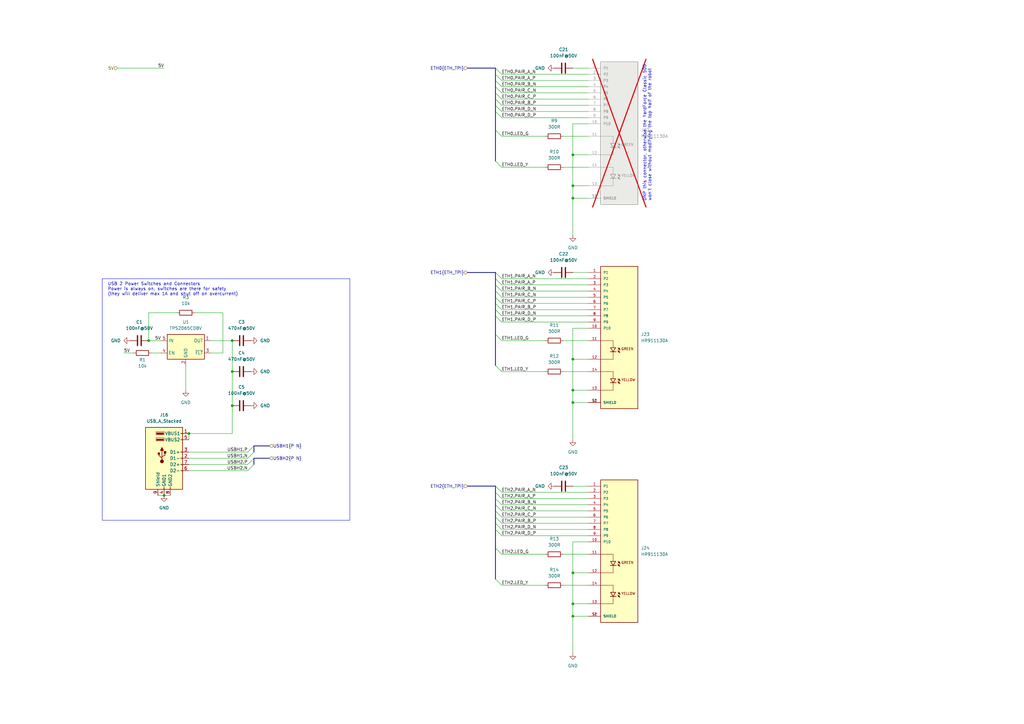
<source format=kicad_sch>
(kicad_sch (version 20231120) (generator "eeschema") (generator_version "8.0")
  (paper "A3")
  (lib_symbols
    (symbol "Connector:USB_A_Stacked" (pin_names (offset 1.016))
      (property "Reference" "J" (at 0 15.875 0))
      (property "Value" "USB_A_Stacked" (at 0 13.97 0))
      (symbol "USB_A_Stacked_0_1"
        (rectangle (start -7.62 12.7) (end 7.62 -12.7) (stroke (width 0.254)) (fill (type background)))
        (circle (center -2.159 1.905) (radius 0.381) (stroke (width 0.254)) (fill (type outline)))
        (circle (center -0.889 -1.27) (radius 0.635) (stroke (width 0.254)) (fill (type outline)))
        (rectangle (start -0.254 7.366) (end -3.048 7.874) (fill (type outline)))
        (rectangle (start -0.254 9.906) (end -3.048 10.414) (fill (type outline)))
        (rectangle (start -0.127 -12.7) (end 0.127 -11.938))
        (polyline (pts (xy -1.524 3.175) (xy -0.254 3.175) (xy -0.889 4.445) (xy -1.524 3.175)) (stroke (width 0.254)) (fill (type outline)))
        (polyline (pts (xy -0.889 -0.635) (xy -0.889 0) (xy -2.159 1.27) (xy -2.159 1.905)) (stroke (width 0.254)))
        (polyline (pts (xy -0.889 0) (xy -0.889 0.635) (xy 0.381 1.27) (xy 0.381 2.54)) (stroke (width 0.254)))
        (rectangle (start 0 2.794) (end 0.762 2.032) (stroke (width 0.254)) (fill (type outline)))
        (rectangle (start 0 7.112) (end -3.302 8.382))
        (rectangle (start 0 9.652) (end -3.302 10.922))
        (rectangle (start 2.413 -12.7) (end 2.667 -11.938))
        (rectangle (start 7.62 -5.207) (end 6.858 -4.953))
        (rectangle (start 7.62 -2.667) (end 6.858 -2.413))
        (rectangle (start 7.62 -0.127) (end 6.858 0.127))
        (rectangle (start 7.62 2.413) (end 6.858 2.667))
        (rectangle (start 7.62 7.493) (end 6.858 7.747))
        (rectangle (start 7.62 10.033) (end 6.858 10.287))
      )
      (symbol "USB_A_Stacked_1_1"
        (polyline (pts (xy -0.889 0.635) (xy -0.889 3.175)) (stroke (width 0.254)))
        (pin power_in line (at 10.16 10.16 180) (length 2.54) (name "VBUS1") (number "1"))
        (pin bidirectional line (at 10.16 0 180) (length 2.54) (name "D1-") (number "2"))
        (pin bidirectional line (at 10.16 2.54 180) (length 2.54) (name "D1+") (number "3"))
        (pin power_in line (at 0 -15.24 90) (length 2.54) (name "GND1") (number "4"))
        (pin power_in line (at 10.16 7.62 180) (length 2.54) (name "VBUS2") (number "5"))
        (pin bidirectional line (at 10.16 -5.08 180) (length 2.54) (name "D2-") (number "6"))
        (pin bidirectional line (at 10.16 -2.54 180) (length 2.54) (name "D2+") (number "7"))
        (pin power_in line (at 2.54 -15.24 90) (length 2.54) (name "GND2") (number "8"))
        (pin passive line (at -2.54 -15.24 90) (length 2.54) (name "Shield") (number "9"))
      )
    )
    (symbol "Device:C" (pin_numbers hide) (pin_names (offset 0.254))
      (property "Reference" "C" (at 0.635 2.54 0))
      (property "Value" "C" (at 0.635 -2.54 0))
      (symbol "C_0_1"
        (polyline (pts (xy -2.032 -0.762) (xy 2.032 -0.762)) (stroke (width 0.508)))
        (polyline (pts (xy -2.032 0.762) (xy 2.032 0.762)) (stroke (width 0.508)))
      )
      (symbol "C_1_1"
        (pin passive line (at 0 3.81 270) (length 2.794) (name "~") (number "1"))
        (pin passive line (at 0 -3.81 90) (length 2.794) (name "~") (number "2"))
      )
    )
    (symbol "Device:R" (pin_numbers hide) (pin_names (offset 0))
      (property "Reference" "R" (at 2.032 0 90))
      (property "Value" "R" (at 0 0 90))
      (symbol "R_0_1"
        (rectangle (start -1.016 -2.54) (end 1.016 2.54) (stroke (width 0.254)))
      )
      (symbol "R_1_1"
        (pin passive line (at 0 3.81 270) (length 1.27) (name "~") (number "1"))
        (pin passive line (at 0 -3.81 90) (length 1.27) (name "~") (number "2"))
      )
    )
    (symbol "Power_Management:TPS2065CDBV"
      (property "Reference" "U" (at -7.62 -6.35 0))
      (property "Value" "TPS2065CDBV" (at -7.62 6.35 0))
      (symbol "TPS2065CDBV_0_1"
        (rectangle (start -7.62 5.08) (end 7.62 -5.08) (stroke (width 0.254)) (fill (type background)))
      )
      (symbol "TPS2065CDBV_1_1"
        (pin power_out line (at 10.16 2.54 180) (length 2.54) (name "OUT") (number "1"))
        (pin power_in line (at 0 -7.62 90) (length 2.54) (name "GND") (number "2"))
        (pin open_collector line (at 10.16 -2.54 180) (length 2.54) (name "~{FLT}") (number "3"))
        (pin input line (at -10.16 -2.54 0) (length 2.54) (name "EN") (number "4"))
        (pin power_in line (at -10.16 2.54 0) (length 2.54) (name "IN") (number "5"))
      )
    )
    (symbol "local_Connectors:HR911130A" (pin_names (offset 1.016))
      (property "Reference" "J" (at -7.62 29.21 0))
      (property "Value" "HR911130A" (at -7.62 -31.75 0))
      (symbol "HR911130A_0_0"
        (rectangle (start -7.62 -30.48) (end 7.62 27.94) (stroke (width 0.254)) (fill (type background)))
        (polyline (pts (xy -7.62 -15.24) (xy -2.54 -15.24)) (stroke (width 0.1524)))
        (polyline (pts (xy -7.62 -2.54) (xy -2.54 -2.54)) (stroke (width 0.1524)))
        (polyline (pts (xy -3.683 -19.812) (xy -2.54 -19.812)) (stroke (width 0.254)))
        (polyline (pts (xy -3.683 -7.112) (xy -2.54 -7.112)) (stroke (width 0.254)))
        (polyline (pts (xy -3.556 -18.161) (xy -2.54 -19.812)) (stroke (width 0.254)))
        (polyline (pts (xy -3.556 -18.161) (xy -1.524 -18.161)) (stroke (width 0.254)))
        (polyline (pts (xy -3.556 -5.461) (xy -2.54 -7.112)) (stroke (width 0.254)))
        (polyline (pts (xy -3.556 -5.461) (xy -1.524 -5.461)) (stroke (width 0.254)))
        (polyline (pts (xy -2.54 -22.86) (xy -7.62 -22.86)) (stroke (width 0.1524)))
        (polyline (pts (xy -2.54 -19.939) (xy -2.54 -22.86)) (stroke (width 0.1524)))
        (polyline (pts (xy -2.54 -19.812) (xy -1.524 -18.161)) (stroke (width 0.254)))
        (polyline (pts (xy -2.54 -19.812) (xy -1.27 -19.812)) (stroke (width 0.254)))
        (polyline (pts (xy -2.54 -15.24) (xy -2.54 -18.034)) (stroke (width 0.1524)))
        (polyline (pts (xy -2.54 -10.16) (xy -7.62 -10.16)) (stroke (width 0.1524)))
        (polyline (pts (xy -2.54 -7.239) (xy -2.54 -10.16)) (stroke (width 0.1524)))
        (polyline (pts (xy -2.54 -7.112) (xy -1.524 -5.461)) (stroke (width 0.254)))
        (polyline (pts (xy -2.54 -7.112) (xy -1.27 -7.112)) (stroke (width 0.254)))
        (polyline (pts (xy -2.54 -2.54) (xy -2.54 -5.334)) (stroke (width 0.1524)))
        (polyline (pts (xy -0.762 -19.177) (xy 0.254 -20.193)) (stroke (width 0.1524)))
        (polyline (pts (xy -0.762 -6.477) (xy 0.254 -7.493)) (stroke (width 0.1524)))
        (polyline (pts (xy -0.635 -18.034) (xy 0.381 -19.05)) (stroke (width 0.1524)))
        (polyline (pts (xy -0.635 -5.334) (xy 0.381 -6.35)) (stroke (width 0.1524)))
        (polyline (pts (xy 0.254 -20.193) (xy -0.127 -19.304) (xy -0.635 -19.812) (xy 0.254 -20.193)) (stroke (width 0.1524)) (fill (type outline)))
        (polyline (pts (xy 0.254 -7.493) (xy -0.127 -6.604) (xy -0.635 -7.112) (xy 0.254 -7.493)) (stroke (width 0.1524)) (fill (type outline)))
        (polyline (pts (xy 0.381 -19.05) (xy 0 -18.161) (xy -0.508 -18.669) (xy 0.381 -19.05)) (stroke (width 0.1524)) (fill (type outline)))
        (polyline (pts (xy 0.381 -6.35) (xy 0 -5.461) (xy -0.508 -5.969) (xy 0.381 -6.35)) (stroke (width 0.1524)) (fill (type outline)))
        (text "GREEN" (at 0.762 -5.334 0) (effects (font (size 1.016 1.016)) (justify left top)))
        (text "YELLOW" (at 0.762 -18.034 0) (effects (font (size 1.016 1.016)) (justify left top)))
        (pin passive line (at -12.7 25.4 0) (length 5.08) (name "P1") (number "1"))
        (pin passive line (at -12.7 2.54 0) (length 5.08) (name "P10") (number "10"))
        (pin passive line (at -12.7 -2.54 0) (length 5.08) (name "~") (number "11"))
        (pin passive line (at -12.7 -10.16 0) (length 5.08) (name "~") (number "12"))
        (pin passive line (at -12.7 -22.86 0) (length 5.08) (name "~") (number "13"))
        (pin passive line (at -12.7 -15.24 0) (length 5.08) (name "~") (number "14"))
        (pin passive line (at -12.7 22.86 0) (length 5.08) (name "P2") (number "2"))
        (pin passive line (at -12.7 20.32 0) (length 5.08) (name "P3") (number "3"))
        (pin passive line (at -12.7 17.78 0) (length 5.08) (name "P4") (number "4"))
        (pin passive line (at -12.7 15.24 0) (length 5.08) (name "P5") (number "5"))
        (pin passive line (at -12.7 12.7 0) (length 5.08) (name "P6") (number "6"))
        (pin passive line (at -12.7 10.16 0) (length 5.08) (name "P7") (number "7"))
        (pin passive line (at -12.7 7.62 0) (length 5.08) (name "P8") (number "8"))
        (pin passive line (at -12.7 5.08 0) (length 5.08) (name "P9") (number "9"))
        (pin passive line (at -12.7 -27.94 0) (length 5.08) (name "SHIELD") (number "S1"))
        (pin passive line (at -12.7 -27.94 0) (length 5.08) (name "SHIELD") (number "S2"))
      )
    )
    (symbol "power:GND" (power) (pin_numbers hide) (pin_names (offset 0) hide)
      (property "Value" "GND" (at 0 -3.81 0))
      (symbol "GND_0_1"
        (polyline (pts (xy 0 0) (xy 0 -1.27) (xy 1.27 -1.27) (xy 0 -2.54) (xy -1.27 -1.27) (xy 0 -1.27)))
      )
      (symbol "GND_1_1"
        (pin power_in line (at 0 0 270) (length 0) (name "~") (number "1"))
      )
    )
  )
  (bus_alias "ETH_TPI" (members "PAIR_A_N" "PAIR_A_P" "PAIR_B_N" "PAIR_B_P" "PAIR_C_N" "PAIR_C_P" "PAIR_D_N" "PAIR_D_P" "LED_Y" "LED_G"))
  (junction (at 234.95 76.2))
  (junction (at 95.25 166.37))
  (junction (at 234.95 147.32))
  (junction (at 234.95 247.65))
  (junction (at 95.25 139.7))
  (junction (at 67.31 203.2))
  (junction (at 234.95 63.5))
  (junction (at 234.95 165.1))
  (junction (at 60.96 139.7))
  (junction (at 234.95 234.95))
  (junction (at 234.95 81.28))
  (junction (at 77.47 177.8))
  (junction (at 95.25 152.4))
  (junction (at 234.95 160.02))
  (junction (at 234.95 252.73))
  (bus_entry (at 203.2 201.93) (size 2.54 2.54))
  (bus_entry (at 203.2 199.39) (size 2.54 2.54))
  (bus_entry (at 203.2 45.72) (size 2.54 2.54))
  (bus_entry (at 101.6 185.42) (size 2.54 -2.54))
  (bus_entry (at 203.2 209.55) (size 2.54 2.54))
  (bus_entry (at 203.2 119.38) (size 2.54 2.54))
  (bus_entry (at 203.2 129.54) (size 2.54 2.54))
  (bus_entry (at 203.2 127) (size 2.54 2.54))
  (bus_entry (at 203.2 214.63) (size 2.54 2.54))
  (bus_entry (at 203.2 53.34) (size 2.54 2.54))
  (bus_entry (at 203.2 114.3) (size 2.54 2.54))
  (bus_entry (at 101.6 193.04) (size 2.54 -2.54))
  (bus_entry (at 203.2 116.84) (size 2.54 2.54))
  (bus_entry (at 101.6 190.5) (size 2.54 -2.54))
  (bus_entry (at 203.2 149.86) (size 2.54 2.54))
  (bus_entry (at 203.2 30.48) (size 2.54 2.54))
  (bus_entry (at 203.2 121.92) (size 2.54 2.54))
  (bus_entry (at 203.2 237.49) (size 2.54 2.54))
  (bus_entry (at 203.2 35.56) (size 2.54 2.54))
  (bus_entry (at 203.2 124.46) (size 2.54 2.54))
  (bus_entry (at 203.2 207.01) (size 2.54 2.54))
  (bus_entry (at 203.2 27.94) (size 2.54 2.54))
  (bus_entry (at 203.2 137.16) (size 2.54 2.54))
  (bus_entry (at 203.2 212.09) (size 2.54 2.54))
  (bus_entry (at 203.2 33.02) (size 2.54 2.54))
  (bus_entry (at 203.2 38.1) (size 2.54 2.54))
  (bus_entry (at 203.2 204.47) (size 2.54 2.54))
  (bus_entry (at 203.2 111.76) (size 2.54 2.54))
  (bus_entry (at 203.2 43.18) (size 2.54 2.54))
  (bus_entry (at 203.2 40.64) (size 2.54 2.54))
  (bus_entry (at 203.2 224.79) (size 2.54 2.54))
  (bus_entry (at 101.6 187.96) (size 2.54 -2.54))
  (bus_entry (at 203.2 217.17) (size 2.54 2.54))
  (bus_entry (at 203.2 66.04) (size 2.54 2.54))
  (wire (pts (xy 64.77 203.2) (xy 67.31 203.2)))
  (bus (pts (xy 203.2 121.92) (xy 203.2 124.46)))
  (wire (pts (xy 234.95 252.73) (xy 241.3 252.73)))
  (wire (pts (xy 231.14 240.03) (xy 241.3 240.03)))
  (wire (pts (xy 205.74 132.08) (xy 241.3 132.08)))
  (wire (pts (xy 95.25 166.37) (xy 95.25 177.8)))
  (wire (pts (xy 234.95 81.28) (xy 234.95 96.52)))
  (bus (pts (xy 203.2 201.93) (xy 203.2 199.39)))
  (wire (pts (xy 234.95 247.65) (xy 234.95 252.73)))
  (wire (pts (xy 234.95 147.32) (xy 241.3 147.32)))
  (bus (pts (xy 203.2 114.3) (xy 203.2 116.84)))
  (wire (pts (xy 205.74 121.92) (xy 241.3 121.92)))
  (bus (pts (xy 203.2 217.17) (xy 203.2 224.79)))
  (wire (pts (xy 234.95 247.65) (xy 241.3 247.65)))
  (wire (pts (xy 205.74 217.17) (xy 241.3 217.17)))
  (wire (pts (xy 231.14 152.4) (xy 241.3 152.4)))
  (wire (pts (xy 234.95 147.32) (xy 234.95 160.02)))
  (bus (pts (xy 203.2 40.64) (xy 203.2 43.18)))
  (bus (pts (xy 203.2 212.09) (xy 203.2 214.63)))
  (wire (pts (xy 205.74 139.7) (xy 223.52 139.7)))
  (wire (pts (xy 234.95 234.95) (xy 241.3 234.95)))
  (wire (pts (xy 77.47 193.04) (xy 101.6 193.04)))
  (wire (pts (xy 205.74 227.33) (xy 223.52 227.33)))
  (bus (pts (xy 191.77 199.39) (xy 203.2 199.39)))
  (bus (pts (xy 203.2 214.63) (xy 203.2 217.17)))
  (wire (pts (xy 234.95 160.02) (xy 241.3 160.02)))
  (bus (pts (xy 203.2 137.16) (xy 203.2 149.86)))
  (bus (pts (xy 203.2 30.48) (xy 203.2 33.02)))
  (wire (pts (xy 205.74 219.71) (xy 241.3 219.71)))
  (wire (pts (xy 234.95 165.1) (xy 234.95 180.34)))
  (wire (pts (xy 48.26 27.94) (xy 67.31 27.94)))
  (bus (pts (xy 203.2 129.54) (xy 203.2 137.16)))
  (wire (pts (xy 77.47 187.96) (xy 101.6 187.96)))
  (wire (pts (xy 205.74 30.48) (xy 241.3 30.48)))
  (wire (pts (xy 86.36 139.7) (xy 95.25 139.7)))
  (bus (pts (xy 203.2 114.3) (xy 203.2 111.76)))
  (wire (pts (xy 234.95 134.62) (xy 234.95 147.32)))
  (wire (pts (xy 205.74 35.56) (xy 241.3 35.56)))
  (wire (pts (xy 234.95 134.62) (xy 241.3 134.62)))
  (wire (pts (xy 86.36 144.78) (xy 91.44 144.78)))
  (wire (pts (xy 205.74 33.02) (xy 241.3 33.02)))
  (bus (pts (xy 203.2 116.84) (xy 203.2 119.38)))
  (bus (pts (xy 203.2 38.1) (xy 203.2 40.64)))
  (wire (pts (xy 205.74 124.46) (xy 241.3 124.46)))
  (wire (pts (xy 234.95 63.5) (xy 234.95 76.2)))
  (wire (pts (xy 205.74 204.47) (xy 241.3 204.47)))
  (wire (pts (xy 234.95 76.2) (xy 234.95 81.28)))
  (wire (pts (xy 205.74 152.4) (xy 223.52 152.4)))
  (wire (pts (xy 205.74 127) (xy 241.3 127)))
  (wire (pts (xy 60.96 139.7) (xy 66.04 139.7)))
  (wire (pts (xy 76.2 149.86) (xy 76.2 160.02)))
  (bus (pts (xy 203.2 209.55) (xy 203.2 212.09)))
  (wire (pts (xy 205.74 43.18) (xy 241.3 43.18)))
  (wire (pts (xy 234.95 76.2) (xy 241.3 76.2)))
  (wire (pts (xy 205.74 116.84) (xy 241.3 116.84)))
  (bus (pts (xy 104.14 182.88) (xy 104.14 185.42)))
  (bus (pts (xy 104.14 187.96) (xy 104.14 190.5)))
  (wire (pts (xy 234.95 234.95) (xy 234.95 247.65)))
  (wire (pts (xy 205.74 48.26) (xy 241.3 48.26)))
  (wire (pts (xy 234.95 222.25) (xy 234.95 234.95)))
  (wire (pts (xy 234.95 160.02) (xy 234.95 165.1)))
  (wire (pts (xy 234.95 252.73) (xy 234.95 267.97)))
  (wire (pts (xy 67.31 203.2) (xy 69.85 203.2)))
  (wire (pts (xy 205.74 209.55) (xy 241.3 209.55)))
  (wire (pts (xy 205.74 38.1) (xy 241.3 38.1)))
  (wire (pts (xy 205.74 40.64) (xy 241.3 40.64)))
  (bus (pts (xy 203.2 127) (xy 203.2 129.54)))
  (wire (pts (xy 234.95 50.8) (xy 241.3 50.8)))
  (wire (pts (xy 241.3 111.76) (xy 234.95 111.76)))
  (bus (pts (xy 203.2 45.72) (xy 203.2 53.34)))
  (bus (pts (xy 110.49 182.88) (xy 104.14 182.88)))
  (wire (pts (xy 234.95 222.25) (xy 241.3 222.25)))
  (wire (pts (xy 241.3 27.94) (xy 234.95 27.94)))
  (wire (pts (xy 72.39 128.27) (xy 60.96 128.27)))
  (bus (pts (xy 203.2 33.02) (xy 203.2 35.56)))
  (wire (pts (xy 241.3 199.39) (xy 234.95 199.39)))
  (wire (pts (xy 95.25 152.4) (xy 95.25 166.37)))
  (wire (pts (xy 205.74 214.63) (xy 241.3 214.63)))
  (bus (pts (xy 110.49 187.96) (xy 104.14 187.96)))
  (bus (pts (xy 203.2 121.92) (xy 203.2 119.38)))
  (wire (pts (xy 50.8 144.78) (xy 54.61 144.78)))
  (wire (pts (xy 77.47 190.5) (xy 101.6 190.5)))
  (wire (pts (xy 77.47 177.8) (xy 95.25 177.8)))
  (bus (pts (xy 203.2 124.46) (xy 203.2 127)))
  (wire (pts (xy 60.96 128.27) (xy 60.96 139.7)))
  (bus (pts (xy 191.77 111.76) (xy 203.2 111.76)))
  (wire (pts (xy 231.14 68.58) (xy 241.3 68.58)))
  (wire (pts (xy 205.74 240.03) (xy 223.52 240.03)))
  (wire (pts (xy 234.95 165.1) (xy 241.3 165.1)))
  (wire (pts (xy 234.95 50.8) (xy 234.95 63.5)))
  (bus (pts (xy 203.2 204.47) (xy 203.2 207.01)))
  (wire (pts (xy 231.14 139.7) (xy 241.3 139.7)))
  (wire (pts (xy 66.04 144.78) (xy 62.23 144.78)))
  (wire (pts (xy 91.44 144.78) (xy 91.44 128.27)))
  (bus (pts (xy 203.2 38.1) (xy 203.2 35.56)))
  (bus (pts (xy 203.2 209.55) (xy 203.2 207.01)))
  (wire (pts (xy 231.14 227.33) (xy 241.3 227.33)))
  (bus (pts (xy 203.2 224.79) (xy 203.2 237.49)))
  (wire (pts (xy 77.47 180.34) (xy 77.47 177.8)))
  (wire (pts (xy 205.74 129.54) (xy 241.3 129.54)))
  (bus (pts (xy 203.2 30.48) (xy 203.2 27.94)))
  (wire (pts (xy 205.74 212.09) (xy 241.3 212.09)))
  (wire (pts (xy 205.74 114.3) (xy 241.3 114.3)))
  (wire (pts (xy 231.14 55.88) (xy 241.3 55.88)))
  (wire (pts (xy 77.47 185.42) (xy 101.6 185.42)))
  (wire (pts (xy 205.74 207.01) (xy 241.3 207.01)))
  (wire (pts (xy 205.74 119.38) (xy 241.3 119.38)))
  (wire (pts (xy 95.25 139.7) (xy 95.25 152.4)))
  (bus (pts (xy 203.2 53.34) (xy 203.2 66.04)))
  (wire (pts (xy 205.74 201.93) (xy 241.3 201.93)))
  (bus (pts (xy 191.77 27.94) (xy 203.2 27.94)))
  (wire (pts (xy 205.74 45.72) (xy 241.3 45.72)))
  (wire (pts (xy 205.74 55.88) (xy 223.52 55.88)))
  (bus (pts (xy 203.2 43.18) (xy 203.2 45.72)))
  (wire (pts (xy 205.74 68.58) (xy 223.52 68.58)))
  (bus (pts (xy 203.2 201.93) (xy 203.2 204.47)))
  (wire (pts (xy 234.95 81.28) (xy 241.3 81.28)))
  (wire (pts (xy 91.44 128.27) (xy 80.01 128.27)))
  (wire (pts (xy 234.95 63.5) (xy 241.3 63.5)))
  (rectangle (start 41.91 114.3) (end 143.51 213.36))
  (text "USB 2 Power Switches and Connectors\nPower is always on, switches are there for safety\n(they will deliver max 1A and shut off on overcurrent)" (at 44.196 118.618 0) (effects (font (size 1.27 1.27)) (justify left)))
  (text "DNP this connector, otherwise the YardForce Classic 500\nwon't close without modifying the top half of the robot" (at 265.43 82.55 90) (effects (font (size 1.27 1.27)) (justify left)))
  (label "ETH1.PAIR_D_P" (at 205.74 132.08 0))
  (label "ETH2.PAIR_C_P" (at 205.74 212.09 0))
  (label "ETH2.PAIR_B_P" (at 205.74 214.63 0))
  (label "ETH0.LED_Y" (at 205.74 68.58 0))
  (label "ETH0.PAIR_C_N" (at 205.74 38.1 0))
  (label "ETH2.PAIR_D_N" (at 205.74 217.17 0))
  (label "ETH0.LED_G" (at 205.74 55.88 0))
  (label "USBH2.P" (at 101.6 190.5 180))
  (label "ETH1.PAIR_A_N" (at 205.74 114.3 0))
  (label "ETH2.LED_Y" (at 205.74 240.03 0))
  (label "ETH1.PAIR_D_N" (at 205.74 129.54 0))
  (label "ETH0.PAIR_D_P" (at 205.74 48.26 0))
  (label "ETH1.PAIR_A_P" (at 205.74 116.84 0))
  (label "ETH1.PAIR_B_N" (at 205.74 119.38 0))
  (label "ETH2.PAIR_D_P" (at 205.74 219.71 0))
  (label "ETH1.PAIR_C_N" (at 205.74 121.92 0))
  (label "USBH2.N" (at 101.6 193.04 180))
  (label "ETH1.LED_Y" (at 205.74 152.4 0))
  (label "ETH0.PAIR_B_P" (at 205.74 43.18 0))
  (label "ETH1.LED_G" (at 205.74 139.7 0))
  (label "ETH2.LED_G" (at 205.74 227.33 0))
  (label "5V" (at 50.8 144.78 0))
  (label "ETH0.PAIR_B_N" (at 205.74 35.56 0))
  (label "ETH2.PAIR_C_N" (at 205.74 209.55 0))
  (label "ETH1.PAIR_C_P" (at 205.74 124.46 0))
  (label "ETH2.PAIR_B_N" (at 205.74 207.01 0))
  (label "ETH0.PAIR_A_P" (at 205.74 33.02 0))
  (label "USBH1.N" (at 101.6 187.96 180))
  (label "5V" (at 66.04 139.7 180))
  (label "ETH0.PAIR_A_N" (at 205.74 30.48 0))
  (label "5V" (at 67.31 27.94 180))
  (label "ETH1.PAIR_B_P" (at 205.74 127 0))
  (label "ETH2.PAIR_A_N" (at 205.74 201.93 0))
  (label "ETH0.PAIR_D_N" (at 205.74 45.72 0))
  (label "ETH0.PAIR_C_P" (at 205.74 40.64 0))
  (label "USBH1.P" (at 101.6 185.42 180))
  (label "ETH2.PAIR_A_P" (at 205.74 204.47 0))
  (hierarchical_label "5V" (shape input) (at 48.26 27.94 180))
  (hierarchical_label "USBH1{P N}" (shape input) (at 110.49 182.88 0))
  (hierarchical_label "USBH2{P N}" (shape input) (at 110.49 187.96 0))
  (hierarchical_label "ETH1{ETH_TPI}" (shape input) (at 191.77 111.76 180))
  (hierarchical_label "ETH0{ETH_TPI}" (shape input) (at 191.77 27.94 180))
  (hierarchical_label "ETH2{ETH_TPI}" (shape input) (at 191.77 199.39 180))
  (symbol (lib_id "local_Connectors:HR911130A") (at 254 137.16 0) (unit 1)
    (property "Reference" "J23" (at 262.89 137.1599 0) (effects (justify left)))
    (property "Value" "HR911130A" (at 262.89 139.6999 0) (effects (justify left)))
    (property "Footprint" "local_Connectors:HR911130A" (effects (hide yes)))
    (property "MF" "hanrun" (effects (hide yes)))
    (property "MAXIMUM_PACKAGE_HEIGHT" "13.75 mm" (effects (hide yes)))
    (property "Package" "None" (effects (hide yes)))
    (property "Price" "None" (effects (hide yes)))
    (property "Check_prices" "https://www.snapeda.com/parts/HR911130A/HanRun/view-part/?ref=eda" (effects (hide yes)))
    (property "STANDARD" "Manufacturer Recommendations" (effects (hide yes)))
    (property "PARTREV" "A" (effects (hide yes)))
    (property "SnapEDA_Link" "https://www.snapeda.com/parts/HR911130A/HanRun/view-part/?ref=snap" (effects (hide yes)))
    (property "MP" "HR911130A" (effects (hide yes)))
    (property "Description_1" "\n" (effects (hide yes)))
    (property "Availability" "In Stock" (effects (hide yes)))
    (property "MANUFACTURER" "HanRun" (effects (hide yes)))
    (property "JLC" "C54408" (effects (hide yes)))
  )
  (symbol (lib_id "power:GND") (at 234.95 96.52 0) (unit 1)
    (property "Reference" "#PWR035" (effects (hide yes)))
    (property "Value" "GND" (at 234.95 101.6 0))
    (property "Description" "Power symbol creates a global label with name \"GND\" , ground" (effects (hide yes)))
  )
  (symbol (lib_id "Device:R") (at 58.42 144.78 270) (mirror x) (unit 1)
    (property "Reference" "R1" (at 58.42 147.574 90))
    (property "Value" "10k" (at 58.42 150.114 90))
    (property "Footprint" "Resistor_SMD:R_0402_1005Metric" (effects (hide yes)))
    (property "Description" "Resistor" (effects (hide yes)))
    (property "JLC" "C25744" (effects (hide yes)))
  )
  (symbol (lib_id "Device:C") (at 99.06 152.4 90) (unit 1)
    (property "Reference" "C4" (at 99.06 144.78 90))
    (property "Value" "470nF@50V" (at 99.06 147.32 90))
    (property "Footprint" "Capacitor_SMD:C_0805_2012Metric" (effects (hide yes)))
    (property "Description" "Unpolarized capacitor" (effects (hide yes)))
    (property "JLC" "C13967" (effects (hide yes)))
  )
  (symbol (lib_id "Device:C") (at 99.06 139.7 90) (unit 1)
    (property "Reference" "C3" (at 99.06 132.08 90))
    (property "Value" "470nF@50V" (at 99.06 134.62 90))
    (property "Footprint" "Capacitor_SMD:C_0805_2012Metric" (effects (hide yes)))
    (property "Description" "Unpolarized capacitor" (effects (hide yes)))
    (property "JLC" "C13967" (effects (hide yes)))
  )
  (symbol (lib_id "Device:C") (at 99.06 166.37 270) (unit 1)
    (property "Reference" "C5" (at 99.06 158.75 90))
    (property "Value" "100nF@50V" (at 99.06 161.29 90))
    (property "Footprint" "Capacitor_SMD:C_0402_1005Metric" (effects (hide yes)))
    (property "Description" "Unpolarized capacitor" (effects (hide yes)))
    (property "JLC" "C307331" (effects (hide yes)))
  )
  (symbol (lib_id "Power_Management:TPS2065CDBV") (at 76.2 142.24 0) (unit 1)
    (property "Reference" "U1" (at 76.2 132.08 0))
    (property "Value" "TPS2065CDBV" (at 76.2 134.62 0))
    (property "Footprint" "Package_TO_SOT_SMD:SOT-23-5" (effects (hide yes)))
    (property "Datasheet" "https://www.ti.com/lit/ds/symlink/tps2051c.pdf" (effects (hide yes)))
    (property "Description" "1A Current limited power switch, single channel, output discharge, reverse blocking, SOT-23-5" (effects (hide yes)))
    (property "JLC" "C353882" (effects (hide yes)))
  )
  (symbol (lib_id "power:GND") (at 102.87 139.7 90) (mirror x) (unit 1)
    (property "Reference" "#PWR014" (effects (hide yes)))
    (property "Value" "GND" (at 106.68 139.6999 90) (effects (justify right)))
    (property "Description" "Power symbol creates a global label with name \"GND\" , ground" (effects (hide yes)))
  )
  (symbol (lib_id "power:GND") (at 234.95 267.97 0) (unit 1)
    (property "Reference" "#PWR037" (effects (hide yes)))
    (property "Value" "GND" (at 234.95 273.05 0))
    (property "Description" "Power symbol creates a global label with name \"GND\" , ground" (effects (hide yes)))
  )
  (symbol (lib_id "Device:C") (at 57.15 139.7 270) (unit 1)
    (property "Reference" "C1" (at 57.15 132.08 90))
    (property "Value" "100nF@50V" (at 57.15 134.62 90))
    (property "Footprint" "Capacitor_SMD:C_0402_1005Metric" (effects (hide yes)))
    (property "Description" "Unpolarized capacitor" (effects (hide yes)))
    (property "JLC" "C307331" (effects (hide yes)))
  )
  (symbol (lib_id "power:GND") (at 227.33 27.94 270) (unit 1)
    (property "Reference" "#PWR032" (effects (hide yes)))
    (property "Value" "GND" (at 223.52 27.9399 90) (effects (justify right)))
    (property "Description" "Power symbol creates a global label with name \"GND\" , ground" (effects (hide yes)))
  )
  (symbol (lib_id "local_Connectors:HR911130A") (at 254 53.34 0) (unit 1) (dnp yes)
    (property "Reference" "J22" (at 262.89 53.3399 0) (effects (justify left)))
    (property "Value" "HR911130A" (at 262.89 55.8799 0) (effects (justify left)))
    (property "Footprint" "local_Connectors:HR911130A" (effects (hide yes)))
    (property "MF" "hanrun" (effects (hide yes)))
    (property "MAXIMUM_PACKAGE_HEIGHT" "13.75 mm" (effects (hide yes)))
    (property "Package" "None" (effects (hide yes)))
    (property "Price" "None" (effects (hide yes)))
    (property "Check_prices" "https://www.snapeda.com/parts/HR911130A/HanRun/view-part/?ref=eda" (effects (hide yes)))
    (property "STANDARD" "Manufacturer Recommendations" (effects (hide yes)))
    (property "PARTREV" "A" (effects (hide yes)))
    (property "SnapEDA_Link" "https://www.snapeda.com/parts/HR911130A/HanRun/view-part/?ref=snap" (effects (hide yes)))
    (property "MP" "HR911130A" (effects (hide yes)))
    (property "Description_1" "\n" (effects (hide yes)))
    (property "Availability" "In Stock" (effects (hide yes)))
    (property "MANUFACTURER" "HanRun" (effects (hide yes)))
    (property "JLC" "C54408" (effects (hide yes)))
  )
  (symbol (lib_id "Device:R") (at 227.33 55.88 90) (unit 1)
    (property "Reference" "R9" (at 227.33 49.53 90))
    (property "Value" "300R" (at 227.33 52.07 90))
    (property "Footprint" "Resistor_SMD:R_0603_1608Metric" (effects (hide yes)))
    (property "Description" "Resistor" (effects (hide yes)))
    (property "JLC" "C23025" (effects (hide yes)))
  )
  (symbol (lib_id "Device:R") (at 227.33 240.03 90) (unit 1)
    (property "Reference" "R14" (at 227.33 233.68 90))
    (property "Value" "300R" (at 227.33 236.22 90))
    (property "Footprint" "Resistor_SMD:R_0603_1608Metric" (effects (hide yes)))
    (property "Description" "Resistor" (effects (hide yes)))
    (property "JLC" "C23025" (effects (hide yes)))
  )
  (symbol (lib_id "power:GND") (at 102.87 152.4 90) (mirror x) (unit 1)
    (property "Reference" "#PWR015" (effects (hide yes)))
    (property "Value" "GND" (at 106.68 152.3999 90) (effects (justify right)))
    (property "Description" "Power symbol creates a global label with name \"GND\" , ground" (effects (hide yes)))
  )
  (symbol (lib_id "power:GND") (at 227.33 111.76 270) (unit 1)
    (property "Reference" "#PWR033" (effects (hide yes)))
    (property "Value" "GND" (at 223.52 111.7599 90) (effects (justify right)))
    (property "Description" "Power symbol creates a global label with name \"GND\" , ground" (effects (hide yes)))
  )
  (symbol (lib_id "Device:R") (at 227.33 139.7 90) (unit 1)
    (property "Reference" "R11" (at 227.33 133.35 90))
    (property "Value" "300R" (at 227.33 135.89 90))
    (property "Footprint" "Resistor_SMD:R_0603_1608Metric" (effects (hide yes)))
    (property "Description" "Resistor" (effects (hide yes)))
    (property "JLC" "C23025" (effects (hide yes)))
  )
  (symbol (lib_id "Connector:USB_A_Stacked") (at 67.31 187.96 0) (unit 1)
    (property "Reference" "J16" (at 67.31 170.18 0))
    (property "Value" "USB_A_Stacked" (at 67.31 172.72 0))
    (property "Footprint" "Connector_USB:USB_A_Wuerth_61400826021_Horizontal_Stacked" (effects (hide yes)))
    (property "Description" "USB Type A connector, stacked" (effects (hide yes)))
    (property "JLC" "C720548" (effects (hide yes)))
  )
  (symbol (lib_id "Device:C") (at 231.14 199.39 90) (unit 1)
    (property "Reference" "C23" (at 231.14 191.77 90))
    (property "Value" "100nF@50V" (at 231.14 194.31 90))
    (property "Footprint" "Capacitor_SMD:C_0402_1005Metric" (effects (hide yes)))
    (property "Description" "Unpolarized capacitor" (effects (hide yes)))
    (property "JLC" "C307331" (effects (hide yes)))
  )
  (symbol (lib_id "Device:R") (at 76.2 128.27 90) (mirror x) (unit 1)
    (property "Reference" "R3" (at 76.2 121.92 90))
    (property "Value" "10k" (at 76.2 124.46 90))
    (property "Footprint" "Resistor_SMD:R_0402_1005Metric" (effects (hide yes)))
    (property "Description" "Resistor" (effects (hide yes)))
    (property "JLC" "C25744" (effects (hide yes)))
  )
  (symbol (lib_id "Device:C") (at 231.14 111.76 90) (unit 1)
    (property "Reference" "C22" (at 231.14 104.14 90))
    (property "Value" "100nF@50V" (at 231.14 106.68 90))
    (property "Footprint" "Capacitor_SMD:C_0402_1005Metric" (effects (hide yes)))
    (property "Description" "Unpolarized capacitor" (effects (hide yes)))
    (property "JLC" "C307331" (effects (hide yes)))
  )
  (symbol (lib_id "Device:R") (at 227.33 152.4 90) (unit 1)
    (property "Reference" "R12" (at 227.33 146.05 90))
    (property "Value" "300R" (at 227.33 148.59 90))
    (property "Footprint" "Resistor_SMD:R_0603_1608Metric" (effects (hide yes)))
    (property "Description" "Resistor" (effects (hide yes)))
    (property "JLC" "C23025" (effects (hide yes)))
  )
  (symbol (lib_id "Device:C") (at 231.14 27.94 90) (unit 1)
    (property "Reference" "C21" (at 231.14 20.32 90))
    (property "Value" "100nF@50V" (at 231.14 22.86 90))
    (property "Footprint" "Capacitor_SMD:C_0402_1005Metric" (effects (hide yes)))
    (property "Description" "Unpolarized capacitor" (effects (hide yes)))
    (property "JLC" "C307331" (effects (hide yes)))
  )
  (symbol (lib_id "power:GND") (at 227.33 199.39 270) (unit 1)
    (property "Reference" "#PWR034" (effects (hide yes)))
    (property "Value" "GND" (at 223.52 199.3899 90) (effects (justify right)))
    (property "Description" "Power symbol creates a global label with name \"GND\" , ground" (effects (hide yes)))
  )
  (symbol (lib_id "power:GND") (at 53.34 139.7 270) (mirror x) (unit 1)
    (property "Reference" "#PWR07" (effects (hide yes)))
    (property "Value" "GND" (at 49.53 139.6999 90) (effects (justify right)))
    (property "Description" "Power symbol creates a global label with name \"GND\" , ground" (effects (hide yes)))
  )
  (symbol (lib_id "Device:R") (at 227.33 68.58 90) (unit 1)
    (property "Reference" "R10" (at 227.33 62.23 90))
    (property "Value" "300R" (at 227.33 64.77 90))
    (property "Footprint" "Resistor_SMD:R_0603_1608Metric" (effects (hide yes)))
    (property "Description" "Resistor" (effects (hide yes)))
    (property "JLC" "C23025" (effects (hide yes)))
  )
  (symbol (lib_id "power:GND") (at 102.87 166.37 90) (mirror x) (unit 1)
    (property "Reference" "#PWR016" (effects (hide yes)))
    (property "Value" "GND" (at 106.68 166.3699 90) (effects (justify right)))
    (property "Description" "Power symbol creates a global label with name \"GND\" , ground" (effects (hide yes)))
  )
  (symbol (lib_id "power:GND") (at 67.31 203.2 0) (mirror y) (unit 1)
    (property "Reference" "#PWR010" (effects (hide yes)))
    (property "Value" "GND" (at 67.31 208.28 0))
    (property "Description" "Power symbol creates a global label with name \"GND\" , ground" (effects (hide yes)))
  )
  (symbol (lib_id "power:GND") (at 76.2 160.02 0) (mirror y) (unit 1)
    (property "Reference" "#PWR012" (effects (hide yes)))
    (property "Value" "GND" (at 76.2 165.1 0))
    (property "Description" "Power symbol creates a global label with name \"GND\" , ground" (effects (hide yes)))
  )
  (symbol (lib_id "power:GND") (at 234.95 180.34 0) (unit 1)
    (property "Reference" "#PWR036" (effects (hide yes)))
    (property "Value" "GND" (at 234.95 185.42 0))
    (property "Description" "Power symbol creates a global label with name \"GND\" , ground" (effects (hide yes)))
  )
  (symbol (lib_id "Device:R") (at 227.33 227.33 90) (unit 1)
    (property "Reference" "R13" (at 227.33 220.98 90))
    (property "Value" "300R" (at 227.33 223.52 90))
    (property "Footprint" "Resistor_SMD:R_0603_1608Metric" (effects (hide yes)))
    (property "Description" "Resistor" (effects (hide yes)))
    (property "JLC" "C23025" (effects (hide yes)))
  )
  (symbol (lib_id "local_Connectors:HR911130A") (at 254 224.79 0) (unit 1)
    (property "Reference" "J24" (at 262.89 224.7899 0) (effects (justify left)))
    (property "Value" "HR911130A" (at 262.89 227.3299 0) (effects (justify left)))
    (property "Footprint" "local_Connectors:HR911130A" (effects (hide yes)))
    (property "MF" "hanrun" (effects (hide yes)))
    (property "MAXIMUM_PACKAGE_HEIGHT" "13.75 mm" (effects (hide yes)))
    (property "Package" "None" (effects (hide yes)))
    (property "Price" "None" (effects (hide yes)))
    (property "Check_prices" "https://www.snapeda.com/parts/HR911130A/HanRun/view-part/?ref=eda" (effects (hide yes)))
    (property "STANDARD" "Manufacturer Recommendations" (effects (hide yes)))
    (property "PARTREV" "A" (effects (hide yes)))
    (property "SnapEDA_Link" "https://www.snapeda.com/parts/HR911130A/HanRun/view-part/?ref=snap" (effects (hide yes)))
    (property "MP" "HR911130A" (effects (hide yes)))
    (property "Description_1" "\n" (effects (hide yes)))
    (property "Availability" "In Stock" (effects (hide yes)))
    (property "MANUFACTURER" "HanRun" (effects (hide yes)))
    (property "JLC" "C54408" (effects (hide yes)))
  )
)
</source>
